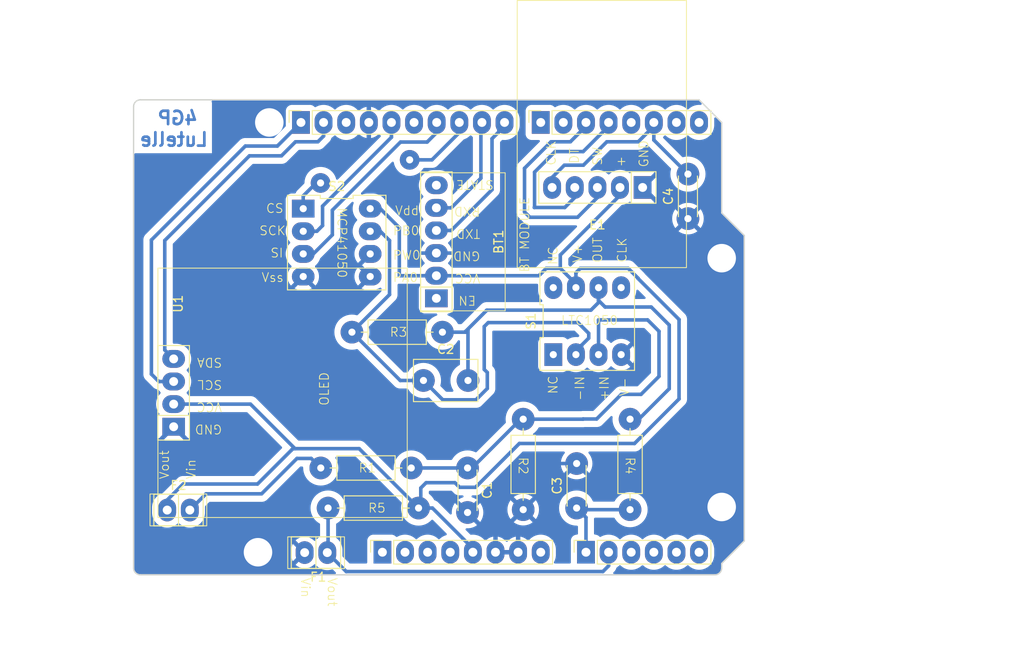
<source format=kicad_pcb>
(kicad_pcb (version 20240108) (generator "pcbnew") (generator_version "8.0")
  (title_block (date "mar. 31 mars 2015"))
  (layers (0 "F.Cu" signal) (31 "B.Cu" signal) (34 "B.Paste" user) (35 "F.Paste" user) (36 "B.SilkS" user "B.Silkscreen") (37 "F.SilkS" user "F.Silkscreen") (38 "B.Mask" user) (39 "F.Mask" user) (44 "Edge.Cuts" user))
  (net 0 "")
  (net 1 "GND")
  (net 3 "+5V")
  (net 4 "/IOREF")
  (net 5 "/A2")
  (net 6 "/A3")
  (net 7 "/12")
  (net 8 "/AREF")
  (net 9 "/7")
  (net 10 "/*6")
  (net 11 "/TX{slash}1")
  (net 12 "/*3")
  (net 13 "/RX{slash}0")
  (net 14 "+3V3")
  (net 15 "VCC")
  (net 16 "/~{RESET}")
  (net 19 "TXD")
  (net 20 "RXD")
  (net 21 "Net-(S1-+IN)")
  (net 22 "DT")
  (net 23 "SW")
  (net 24 "CLK")
  (net 25 "Flex_out")
  (net 26 "Net-(F2-Vout)")
  (net 27 "SI")
  (net 28 "SCL")
  (net 29 "SCK")
  (net 30 "CS")
  (net 31 "SDA")
  (net 32 "G_out")
  (net 33 "Net-(S1-OUT)")
  (net 34 "Net-(S1--IN)")
  (footprint "Connector_PinSocket_2.54mm:PinSocket_1x08_P2.54mm_Vertical" (layer "F.Cu") (at 127.94 97.46 90)
    (property "Reference" "J1" (hide yes))
    (property "Value" "Power")
    (fp_line (start 1.33 -1.33) (end 1.33 0) (stroke (width 0.12)) (layer "F.SilkS"))
    (fp_line (start 0 -1.33) (end 1.33 -1.33) (stroke (width 0.12)) (layer "F.SilkS"))
    (fp_line (start 1.33 1.27) (end 1.33 19.11) (stroke (width 0.12)) (layer "F.SilkS"))
    (fp_line (start -1.33 1.27) (end 1.33 1.27) (stroke (width 0.12)) (layer "F.SilkS"))
    (fp_line (start -1.33 1.27) (end -1.33 19.11) (stroke (width 0.12)) (layer "F.SilkS"))
    (fp_line (start -1.33 19.11) (end 1.33 19.11) (stroke (width 0.12)) (layer "F.SilkS"))
    (pad "1" thru_hole rect (at 0 0 90) (size 2.54 2) (drill 1) (layers "*.Cu" "*.Mask"))
    (pad "2" thru_hole oval (at 0 2.54 90) (size 2.54 2) (drill 1) (layers "*.Cu" "*.Mask") (net 4 "/IOREF"))
    (pad "3" thru_hole oval (at 0 5.08 90) (size 2.54 2) (drill 1) (layers "*.Cu" "*.Mask") (net 16 "/~{RESET}"))
    (pad "4" thru_hole oval (at 0 7.62 90) (size 2.54 2) (drill 1) (layers "*.Cu" "*.Mask") (net 14 "+3V3"))
    (pad "5" thru_hole oval (at 0 10.16 90) (size 2.54 2) (drill 1) (layers "*.Cu" "*.Mask") (net 3 "+5V"))
    (pad "6" thru_hole oval (at 0 12.7 90) (size 2.54 2) (drill 1) (layers "*.Cu" "*.Mask") (net 1 "GND"))
    (pad "7" thru_hole oval (at 0 15.24 90) (size 2.54 2) (drill 1) (layers "*.Cu" "*.Mask") (net 1 "GND"))
    (pad "8" thru_hole oval (at 0 17.78 90) (size 2.54 2) (drill 1) (layers "*.Cu" "*.Mask") (net 15 "VCC"))
  )
  (footprint "Connector_PinSocket_2.54mm:PinSocket_1x06_P2.54mm_Vertical" (layer "F.Cu") (at 150.8 97.46 90)
    (property "Reference" "J3" (hide yes))
    (property "Value" "Analog")
    (fp_line (start 1.33 -1.33) (end 1.33 0) (stroke (width 0.12)) (layer "F.SilkS"))
    (fp_line (start 0 -1.33) (end 1.33 -1.33) (stroke (width 0.12)) (layer "F.SilkS"))
    (fp_line (start 1.33 1.27) (end 1.33 14.03) (stroke (width 0.12)) (layer "F.SilkS"))
    (fp_line (start -1.33 1.27) (end 1.33 1.27) (stroke (width 0.12)) (layer "F.SilkS"))
    (fp_line (start -1.33 1.27) (end -1.33 14.03) (stroke (width 0.12)) (layer "F.SilkS"))
    (fp_line (start -1.33 14.03) (end 1.33 14.03) (stroke (width 0.12)) (layer "F.SilkS"))
    (pad "1" thru_hole rect (at 0 0 90) (size 2.54 2) (drill 1) (layers "*.Cu" "*.Mask") (net 32 "G_out"))
    (pad "2" thru_hole oval (at 0 2.54 90) (size 2.54 2) (drill 1) (layers "*.Cu" "*.Mask") (net 25 "Flex_out"))
    (pad "3" thru_hole oval (at 0 5.08 90) (size 2.54 2) (drill 1) (layers "*.Cu" "*.Mask") (net 5 "/A2"))
    (pad "4" thru_hole oval (at 0 7.62 90) (size 2.54 2) (drill 1) (layers "*.Cu" "*.Mask") (net 6 "/A3"))
    (pad "5" thru_hole oval (at 0 10.16 90) (size 2.54 2) (drill 1) (layers "*.Cu" "*.Mask") (net 31 "SDA"))
    (pad "6" thru_hole oval (at 0 12.7 90) (size 2.54 2) (drill 1) (layers "*.Cu" "*.Mask") (net 28 "SCL"))
  )
  (footprint "Connector_PinSocket_2.54mm:PinSocket_1x10_P2.54mm_Vertical" (layer "F.Cu") (at 118.796 49.2 90)
    (property "Reference" "J2" (hide yes))
    (property "Value" "Digital/PWM")
    (fp_line (start 1.33 -1.33) (end 1.33 0) (stroke (width 0.12)) (layer "F.SilkS"))
    (fp_line (start 0 -1.33) (end 1.33 -1.33) (stroke (width 0.12)) (layer "F.SilkS"))
    (fp_line (start 1.33 1.27) (end 1.33 24.19) (stroke (width 0.12)) (layer "F.SilkS"))
    (fp_line (start -1.33 1.27) (end 1.33 1.27) (stroke (width 0.12)) (layer "F.SilkS"))
    (fp_line (start -1.33 1.27) (end -1.33 24.19) (stroke (width 0.12)) (layer "F.SilkS"))
    (fp_line (start -1.33 24.19) (end 1.33 24.19) (stroke (width 0.12)) (layer "F.SilkS"))
    (pad "1" thru_hole rect (at 0 0 90) (size 2.54 2) (drill 1) (layers "*.Cu" "*.Mask") (net 28 "SCL"))
    (pad "2" thru_hole oval (at 0 2.54 90) (size 2.54 2) (drill 1) (layers "*.Cu" "*.Mask") (net 31 "SDA"))
    (pad "3" thru_hole oval (at 0 5.08 90) (size 2.54 2) (drill 1) (layers "*.Cu" "*.Mask") (net 8 "/AREF"))
    (pad "4" thru_hole oval (at 0 7.62 90) (size 2.54 2) (drill 1) (layers "*.Cu" "*.Mask") (net 1 "GND"))
    (pad "5" thru_hole oval (at 0 10.16 90) (size 2.54 2) (drill 1) (layers "*.Cu" "*.Mask") (net 29 "SCK"))
    (pad "6" thru_hole oval (at 0 12.7 90) (size 2.54 2) (drill 1) (layers "*.Cu" "*.Mask") (net 7 "/12"))
    (pad "7" thru_hole oval (at 0 15.24 90) (size 2.54 2) (drill 1) (layers "*.Cu" "*.Mask") (net 27 "SI"))
    (pad "8" thru_hole oval (at 0 17.78 90) (size 2.54 2) (drill 1) (layers "*.Cu" "*.Mask") (net 30 "CS"))
    (pad "9" thru_hole oval (at 0 20.32 90) (size 2.54 2) (drill 1) (layers "*.Cu" "*.Mask") (net 20 "RXD"))
    (pad "10" thru_hole oval (at 0 22.86 90) (size 2.54 2) (drill 1) (layers "*.Cu" "*.Mask") (net 19 "TXD"))
  )
  (footprint "Connector_PinSocket_2.54mm:PinSocket_1x08_P2.54mm_Vertical" (layer "F.Cu") (at 145.72 49.2 90)
    (property "Reference" "J4" (hide yes))
    (property "Value" "Digital/PWM")
    (fp_line (start 1.33 -1.33) (end 1.33 0) (stroke (width 0.12)) (layer "F.SilkS"))
    (fp_line (start 0 -1.33) (end 1.33 -1.33) (stroke (width 0.12)) (layer "F.SilkS"))
    (fp_line (start 1.33 1.27) (end 1.33 19.11) (stroke (width 0.12)) (layer "F.SilkS"))
    (fp_line (start -1.33 1.27) (end 1.33 1.27) (stroke (width 0.12)) (layer "F.SilkS"))
    (fp_line (start -1.33 1.27) (end -1.33 19.11) (stroke (width 0.12)) (layer "F.SilkS"))
    (fp_line (start -1.33 19.11) (end 1.33 19.11) (stroke (width 0.12)) (layer "F.SilkS"))
    (pad "1" thru_hole rect (at 0 0 90) (size 2.54 2) (drill 1) (layers "*.Cu" "*.Mask") (net 9 "/7"))
    (pad "2" thru_hole oval (at 0 2.54 90) (size 2.54 2) (drill 1) (layers "*.Cu" "*.Mask") (net 10 "/*6"))
    (pad "3" thru_hole oval (at 0 5.08 90) (size 2.54 2) (drill 1) (layers "*.Cu" "*.Mask") (net 23 "SW"))
    (pad "4" thru_hole oval (at 0 7.62 90) (size 2.54 2) (drill 1) (layers "*.Cu" "*.Mask") (net 22 "DT"))
    (pad "5" thru_hole oval (at 0 10.16 90) (size 2.54 2) (drill 1) (layers "*.Cu" "*.Mask") (net 12 "/*3"))
    (pad "6" thru_hole oval (at 0 12.7 90) (size 2.54 2) (drill 1) (layers "*.Cu" "*.Mask") (net 24 "CLK"))
    (pad "7" thru_hole oval (at 0 15.24 90) (size 2.54 2) (drill 1) (layers "*.Cu" "*.Mask") (net 11 "/TX{slash}1"))
    (pad "8" thru_hole oval (at 0 17.78 90) (size 2.54 2) (drill 1) (layers "*.Cu" "*.Mask") (net 13 "/RX{slash}0"))
  )
  (footprint "Library_empreinte:Resistance" (layer "F.Cu") (at 129.5 72.75)
    (property "Reference" "R3" (at 0.25 0 0) (layer "F.SilkS") (effects (font (thickness 0.1))))
    (property "Value" "100k")
    (fp_line (start -3.94 0) (end -3.17 0) (stroke (width 0.12)) (layer "F.SilkS"))
    (fp_line (start -3.17 -1.37) (end -3.17 1.37) (stroke (width 0.12)) (layer "F.SilkS"))
    (fp_line (start -3.17 1.37) (end 3.37 1.37) (stroke (width 0.12)) (layer "F.SilkS"))
    (fp_line (start 3.37 -1.37) (end -3.17 -1.37) (stroke (width 0.12)) (layer "F.SilkS"))
    (fp_line (start 3.37 1.37) (end 3.37 -1.37) (stroke (width 0.12)) (layer "F.SilkS"))
    (fp_line (start 4.14 0) (end 3.37 0) (stroke (width 0.12)) (layer "F.SilkS"))
    (pad "1" thru_hole circle (at -4.98 0) (size 2.54 2.54) (drill 0.8) (layers "*.Cu" "*.Mask") (net 34 "Net-(S1--IN)"))
    (pad "2" thru_hole circle (at 5.18 0) (size 2.54 2.54) (drill 0.8) (layers "*.Cu" "*.Mask") (net 33 "Net-(S1-OUT)"))
  )
  (footprint "Capacitor_THT:C_Disc_D4.3mm_W1.9mm_P5.00mm" (layer "F.Cu") (at 149.75 92.5 90)
    (property "Reference" "C3" (at 2.5 -2.2 90) (layer "F.SilkS"))
    (property "Value" "100n")
    (fp_line (start 4.77 -1.07) (end 4.77 -1.055) (stroke (width 0.12)) (layer "F.SilkS"))
    (fp_line (start 0.23 -1.07) (end 4.77 -1.07) (stroke (width 0.12)) (layer "F.SilkS"))
    (fp_line (start 0.23 -1.07) (end 0.23 -1.055) (stroke (width 0.12)) (layer "F.SilkS"))
    (fp_line (start 4.77 1.055) (end 4.77 1.07) (stroke (width 0.12)) (layer "F.SilkS"))
    (fp_line (start 0.23 1.055) (end 0.23 1.07) (stroke (width 0.12)) (layer "F.SilkS"))
    (fp_line (start 0.23 1.07) (end 4.77 1.07) (stroke (width 0.12)) (layer "F.SilkS"))
    (pad "1" thru_hole circle (at 0 0 90) (size 2.54 2.54) (drill 0.8) (layers "*.Cu" "*.Mask") (net 32 "G_out"))
    (pad "2" thru_hole circle (at 5 0 90) (size 2.54 2.54) (drill 0.8) (layers "*.Cu" "*.Mask") (net 1 "GND"))
  )
  (footprint "Library_empreinte:Resistance" (layer "F.Cu") (at 126 88)
    (property "Reference" "R1" (at 0.25 0 0) (layer "F.SilkS") (effects (font (thickness 0.1))))
    (property "Value" "10k")
    (fp_line (start -3.94 0) (end -3.17 0) (stroke (width 0.12)) (layer "F.SilkS"))
    (fp_line (start -3.17 -1.37) (end -3.17 1.37) (stroke (width 0.12)) (layer "F.SilkS"))
    (fp_line (start -3.17 1.37) (end 3.37 1.37) (stroke (width 0.12)) (layer "F.SilkS"))
    (fp_line (start 3.37 -1.37) (end -3.17 -1.37) (stroke (width 0.12)) (layer "F.SilkS"))
    (fp_line (start 3.37 1.37) (end 3.37 -1.37) (stroke (width 0.12)) (layer "F.SilkS"))
    (fp_line (start 4.14 0) (end 3.37 0) (stroke (width 0.12)) (layer "F.SilkS"))
    (pad "1" thru_hole circle (at -4.98 0) (size 2.54 2.54) (drill 0.8) (layers "*.Cu" "*.Mask") (net 26 "Net-(F2-Vout)"))
    (pad "2" thru_hole circle (at 5.18 0) (size 2.54 2.54) (drill 0.8) (layers "*.Cu" "*.Mask") (net 21 "Net-(S1-+IN)"))
  )
  (footprint "Capacitor_THT:C_Disc_D4.3mm_W1.9mm_P5.00mm" (layer "F.Cu") (at 162.25 60 90)
    (property "Reference" "C4" (at 2.5 -2.2 90) (layer "F.SilkS"))
    (property "Value" "100n")
    (fp_line (start 4.77 -1.07) (end 4.77 -1.055) (stroke (width 0.12)) (layer "F.SilkS"))
    (fp_line (start 0.23 -1.07) (end 4.77 -1.07) (stroke (width 0.12)) (layer "F.SilkS"))
    (fp_line (start 0.23 -1.07) (end 0.23 -1.055) (stroke (width 0.12)) (layer "F.SilkS"))
    (fp_line (start 4.77 1.055) (end 4.77 1.07) (stroke (width 0.12)) (layer "F.SilkS"))
    (fp_line (start 0.23 1.055) (end 0.23 1.07) (stroke (width 0.12)) (layer "F.SilkS"))
    (fp_line (start 0.23 1.07) (end 4.77 1.07) (stroke (width 0.12)) (layer "F.SilkS"))
    (pad "1" thru_hole circle (at 0 0 90) (size 2.54 2.54) (drill 0.8) (layers "*.Cu" "*.Mask") (net 1 "GND"))
    (pad "2" thru_hole circle (at 5 0 90) (size 2.54 2.54) (drill 0.8) (layers "*.Cu" "*.Mask") (net 24 "CLK"))
  )
  (footprint "Library_empreinte:Support_ampli" (layer "F.Cu") (at 150.94 71.51)
    (property "Reference" "S1" (at -6.31 0 90) (layer "F.SilkS"))
    (property "Value" "~")
    (fp_line (start -5.31 -5.53) (end -5.31 -1.843333) (stroke (width 0.12)) (layer "F.SilkS"))
    (fp_line (start -5.31 -1.843333) (end -4.95 -1.843333) (stroke (width 0.12)) (layer "F.SilkS"))
    (fp_line (start -5.31 1.843333) (end -5.31 5.53) (stroke (width 0.12)) (layer "F.SilkS"))
    (fp_line (start -5.31 5.53) (end 5.31 5.53) (stroke (width 0.12)) (layer "F.SilkS"))
    (fp_line (start -4.95 -1.843333) (end -4.95 1.843333) (stroke (width 0.12)) (layer "F.SilkS"))
    (fp_line (start -4.95 1.843333) (end -5.31 1.843333) (stroke (width 0.12)) (layer "F.SilkS"))
    (fp_line (start 5.31 -5.53) (end -5.31 -5.53) (stroke (width 0.12)) (layer "F.SilkS"))
    (fp_line (start 5.31 5.53) (end 5.31 -5.53) (stroke (width 0.12)) (layer "F.SilkS"))
    (fp_text user "+IN" (at 2.5 9 90) (layer "F.SilkS") (effects (font (thickness 0.1)) (justify left bottom)))
    (fp_text user "-IN" (at -0.25 9 90) (layer "F.SilkS") (effects (font (thickness 0.1)) (justify left bottom)))
    (fp_text user "OUT" (at 1.75 -6.5 90) (layer "F.SilkS") (effects (font (thickness 0.1)) (justify left bottom)))
    (fp_text user "CLK" (at 4.5 -6.5 90) (layer "F.SilkS") (effects (font (thickness 0.1)) (justify left bottom)))
    (fp_text user "V+" (at -0.5 -6.5 90) (layer "F.SilkS") (effects (font (thickness 0.1)) (justify left bottom)))
    (fp_text user "LTC1050" (at -3 0.5 0) (layer "F.SilkS") (effects (font (thickness 0.1)) (justify left bottom)))
    (fp_text user "NC" (at -3.25 8.25 90) (layer "F.SilkS") (effects (font (thickness 0.1)) (justify left bottom)))
    (fp_text user "NC" (at -3.25 -6.25 90) (layer "F.SilkS") (effects (font (thickness 0.1)) (justify left bottom)))
    (fp_text user "V-" (at 4.75 8.5 90) (layer "F.SilkS") (effects (font (thickness 0.1)) (justify left bottom)))
    (pad "1" thru_hole rect (at -3.81 3.76) (size 2 2.54) (drill 0.8) (layers "*.Cu" "*.Mask"))
    (pad "2" thru_hole oval (at -1.27 3.76) (size 2 2.54) (drill 0.8) (layers "*.Cu" "*.Mask") (net 34 "Net-(S1--IN)"))
    (pad "3" thru_hole oval (at 1.27 3.76) (size 2 2.54) (drill 0.8) (layers "*.Cu" "*.Mask") (net 21 "Net-(S1-+IN)"))
    (pad "4" thru_hole oval (at 3.81 3.76) (size 2 2.54) (drill 0.8) (layers "*.Cu" "*.Mask") (net 1 "GND"))
    (pad "5" thru_hole oval (at 3.81 -3.76) (size 2 2.54) (drill 0.8) (layers "*.Cu" "*.Mask"))
    (pad "6" thru_hole oval (at 1.27 -3.76) (size 2 2.54) (drill 0.8) (layers "*.Cu" "*.Mask") (net 33 "Net-(S1-OUT)"))
    (pad "7" thru_hole oval (at -1.27 -3.76) (size 2 2.54) (drill 0.8) (layers "*.Cu" "*.Mask") (net 3 "+5V"))
    (pad "8" thru_hole oval (at -3.81 -3.76) (size 2 2.54) (drill 0.8) (layers "*.Cu" "*.Mask"))
  )
  (footprint "Library_empreinte:Flex_sens" (layer "F.Cu") (at 105.045 92.725 180)
    (property "Reference" "F2" (at 0 2.77 0) (layer "F.SilkS"))
    (property "Value" "~")
    (fp_line (start 2.77 1.77) (end -2.77 1.77) (stroke (width 0.12)) (layer "F.SilkS"))
    (fp_line (start 2.77 -1.77) (end 2.77 1.77) (stroke (width 0.12)) (layer "F.SilkS"))
    (fp_line (start 0 -1.77) (end 0 1.77) (stroke (width 0.12)) (layer "F.SilkS"))
    (fp_line (start -2.77 1.77) (end -2.77 -1.77) (stroke (width 0.12)) (layer "F.SilkS"))
    (fp_line (start -2.77 -1.77) (end 2.77 -1.77) (stroke (width 0.12)) (layer "F.SilkS"))
    (fp_rect (start -3.17 -1.77) (end 3.2 1.8) (stroke (width 0.1)) (fill none) (layer "F.SilkS"))
    (fp_text user "Vin" (at -2 3.4 90) (layer "F.SilkS") (effects (font (thickness 0.1)) (justify left bottom)))
    (fp_text user "Vout" (at 1 3.4 90) (layer "F.SilkS") (effects (font (thickness 0.1)) (justify left bottom)))
    (pad "1" thru_hole oval (at -1.27 0 180) (size 2 2.54) (drill 1) (layers "*.Cu" "*.Mask") (net 26 "Net-(F2-Vout)"))
    (pad "2" thru_hole oval (at 1.27 0 180) (size 2 2.54) (drill 1) (layers "*.Cu" "*.Mask") (net 3 "+5V"))
  )
  (footprint "Arduino_MountingHole:MountingHole_3.2mm" (layer "F.Cu") (at 115.24 49.2)
    (property "Reference" "MH1" (hide yes))
    (property "Value" "MountingHole_3.2mm" (hide yes))
    (pad "" np_thru_hole circle (at 0 0) (size 3.2 3.2) (drill 3.2) (layers "*.Cu" "*.Mask"))
  )
  (footprint "Library_empreinte:SIP-6" (layer "F.Cu") (at 134 62.6 90)
    (property "Reference" "BT1" (at 0 7 90) (layer "F.SilkS"))
    (property "Value" "~")
    (fp_line (start 7.85 -1.77) (end 7.85 1.77) (stroke (width 0.12)) (layer "F.SilkS"))
    (fp_line (start -5.08 -1.77) (end -5.08 1.77) (stroke (width 0.12)) (layer "F.SilkS"))
    (fp_line (start -7.85 -1.77) (end 7.85 -1.77) (stroke (width 0.12)) (layer "F.SilkS"))
    (fp_line (start 7.85 1.77) (end -7.85 1.77) (stroke (width 0.12)) (layer "F.SilkS"))
    (fp_line (start -7.85 1.77) (end -7.85 -1.77) (stroke (width 0.12)) (layer "F.SilkS"))
    (fp_rect (start -7.75 -1.77) (end 7.75 7.73) (stroke (width 0.1)) (fill none) (layer "F.SilkS"))
    (fp_text user "RXD" (at 4 5 180) (layer "F.SilkS") (effects (font (thickness 0.1)) (justify left bottom)))
    (fp_text user "STATE" (at 7 6.5 180) (layer "F.SilkS") (effects (font (thickness 0.1)) (justify left bottom)))
    (fp_text user "GND" (at -1 5 180) (layer "F.SilkS") (effects (font (thickness 0.1)) (justify left bottom)))
    (fp_text user "TXD" (at 1.5 5 180) (layer "F.SilkS") (effects (font (thickness 0.1)) (justify left bottom)))
    (fp_text user "EN" (at -6 4.5 180) (layer "F.SilkS") (effects (font (thickness 0.1)) (justify left bottom)))
    (fp_text user "BT MODULE" (at -3.5 10.5 90) (layer "F.SilkS") (effects (font (thickness 0.1)) (justify left bottom)))
    (fp_text user "VCC" (at -3.5 5 180) (layer "F.SilkS") (effects (font (thickness 0.1)) (justify left bottom)))
    (pad "1" thru_hole rect (at -6.35 0 90) (size 2 2.54) (drill 1) (layers "*.Cu" "*.Mask"))
    (pad "2" thru_hole oval (at -3.81 0 90) (size 2 2.54) (drill 1) (layers "*.Cu" "*.Mask") (net 3 "+5V"))
    (pad "3" thru_hole oval (at -1.27 0 90) (size 2 2.54) (drill 1) (layers "*.Cu" "*.Mask") (net 1 "GND"))
    (pad "4" thru_hole oval (at 1.27 0 90) (size 2 2.54) (drill 1) (layers "*.Cu" "*.Mask") (net 19 "TXD"))
    (pad "5" thru_hole oval (at 3.81 0 90) (size 2 2.54) (drill 1) (layers "*.Cu" "*.Mask") (net 20 "RXD"))
    (pad "6" thru_hole oval (at 6.35 0 90) (size 2 2.54) (drill 1) (layers "*.Cu" "*.Mask"))
  )
  (footprint "Library_empreinte:Flex_sens" (layer "F.Cu") (at 120.48 97.5)
    (property "Reference" "F1" (at 0.25 2.75 0) (layer "F.SilkS"))
    (property "Value" "~")
    (fp_line (start -2.77 -1.77) (end 2.77 -1.77) (stroke (width 0.12)) (layer "F.SilkS"))
    (fp_line (start -2.77 1.77) (end -2.77 -1.77) (stroke (width 0.12)) (layer "F.SilkS"))
    (fp_line (start 0 -1.77) (end 0 1.77) (stroke (width 0.12)) (layer "F.SilkS"))
    (fp_line (start 2.77 -1.77) (end 2.77 1.77) (stroke (width 0.12)) (layer "F.SilkS"))
    (fp_line (start 2.77 1.77) (end -2.77 1.77) (stroke (width 0.12)) (layer "F.SilkS"))
    (fp_rect (start -3.17 -1.77) (end 3.2 1.8) (stroke (width 0.1)) (fill none) (layer "F.SilkS"))
    (fp_text user "Vout" (at 1.25 2.75 -90) (layer "F.SilkS") (effects (font (thickness 0.1)) (justify left bottom)))
    (fp_text user "Vin" (at -1.75 2.75 -90) (layer "F.SilkS") (effects (font (thickness 0.1)) (justify left bottom)))
    (pad "1" thru_hole oval (at -1.27 0) (size 2 2.54) (drill 1) (layers "*.Cu" "*.Mask") (net 1 "GND"))
    (pad "2" thru_hole oval (at 1.27 0) (size 2 2.54) (drill 1) (layers "*.Cu" "*.Mask") (net 25 "Flex_out"))
  )
  (footprint "Capacitor_THT:C_Disc_D4.3mm_W1.9mm_P5.00mm" (layer "F.Cu") (at 137.5 88 -90)
    (property "Reference" "C1" (at 2.5 -2.2 90) (layer "F.SilkS"))
    (property "Value" "100n")
    (fp_line (start 0.23 1.07) (end 4.77 1.07) (stroke (width 0.12)) (layer "F.SilkS"))
    (fp_line (start 0.23 1.055) (end 0.23 1.07) (stroke (width 0.12)) (layer "F.SilkS"))
    (fp_line (start 4.77 1.055) (end 4.77 1.07) (stroke (width 0.12)) (layer "F.SilkS"))
    (fp_line (start 0.23 -1.07) (end 0.23 -1.055) (stroke (width 0.12)) (layer "F.SilkS"))
    (fp_line (start 0.23 -1.07) (end 4.77 -1.07) (stroke (width 0.12)) (layer "F.SilkS"))
    (fp_line (start 4.77 -1.07) (end 4.77 -1.055) (stroke (width 0.12)) (layer "F.SilkS"))
    (pad "1" thru_hole circle (at 0 0 270) (size 2.54 2.54) (drill 0.8) (layers "*.Cu" "*.Mask") (net 21 "Net-(S1-+IN)"))
    (pad "2" thru_hole circle (at 5 0 270) (size 2.54 2.54) (drill 0.8) (layers "*.Cu" "*.Mask") (net 1 "GND"))
  )
  (footprint "Capacitor_THT:C_Rect_L7.0mm_W4.5mm_P5.00mm" (layer "F.Cu") (at 132.55 78.175)
    (property "Reference" "C2" (at 2.5 -3.5 0) (layer "F.SilkS"))
    (property "Value" "1µ")
    (fp_line (start -1.12 -2.37) (end -1.12 2.37) (stroke (width 0.12)) (layer "F.SilkS"))
    (fp_line (start -1.12 -2.37) (end 6.12 -2.37) (stroke (width 0.12)) (layer "F.SilkS"))
    (fp_line (start -1.12 2.37) (end 6.12 2.37) (stroke (width 0.12)) (layer "F.SilkS"))
    (fp_line (start 6.12 -2.37) (end 6.12 2.37) (stroke (width 0.12)) (layer "F.SilkS"))
    (pad "1" thru_hole circle (at 0 0) (size 2.54 2.54) (drill 0.8) (layers "*.Cu" "*.Mask") (net 34 "Net-(S1--IN)"))
    (pad "2" thru_hole circle (at 5 0) (size 2.54 2.54) (drill 0.8) (layers "*.Cu" "*.Mask") (net 33 "Net-(S1-OUT)"))
  )
  (footprint "Library_empreinte:Resistance" (layer "F.Cu") (at 155.75 87.5 -90)
    (property "Reference" "R4" (at 0.25 0 -90) (layer "F.SilkS") (effects (font (thickness 0.1))))
    (property "Value" "1k")
    (fp_line (start -3.17 1.37) (end 3.37 1.37) (stroke (width 0.12)) (layer "F.SilkS"))
    (fp_line (start 3.37 1.37) (end 3.37 -1.37) (stroke (width 0.12)) (layer "F.SilkS"))
    (fp_line (start -3.94 0) (end -3.17 0) (stroke (width 0.12)) (layer "F.SilkS"))
    (fp_line (start 4.14 0) (end 3.37 0) (stroke (width 0.12)) (layer "F.SilkS"))
    (fp_line (start -3.17 -1.37) (end -3.17 1.37) (stroke (width 0.12)) (layer "F.SilkS"))
    (fp_line (start 3.37 -1.37) (end -3.17 -1.37) (stroke (width 0.12)) (layer "F.SilkS"))
    (pad "1" thru_hole circle (at -4.98 0 270) (size 2.54 2.54) (drill 0.8) (layers "*.Cu" "*.Mask") (net 33 "Net-(S1-OUT)"))
    (pad "2" thru_hole circle (at 5.18 0 270) (size 2.54 2.54) (drill 0.8) (layers "*.Cu" "*.Mask") (net 32 "G_out"))
  )
  (footprint "Library_empreinte:Encoder" (layer "F.Cu") (at 152.08 56.5 180)
    (property "Reference" "E1" (at 0 -4.2 0) (layer "F.SilkS"))
    (property "Value" "~")
    (fp_line (start 6.58 1.77) (end -6.58 1.77) (stroke (width 0.12)) (layer "F.SilkS"))
    (fp_line (start 6.58 -1.77) (end 6.58 1.77) (stroke (width 0.12)) (layer "F.SilkS"))
    (fp_line (start -3.81 -1.77) (end -3.81 1.77) (stroke (width 0.12)) (layer "F.SilkS"))
    (fp_line (start -6.58 1.77) (end -6.58 -1.77) (stroke (width 0.12)) (layer "F.SilkS"))
    (fp_line (start -6.58 -1.77) (end 6.58 -1.77) (stroke (width 0.12)) (layer "F.SilkS"))
    (fp_rect (start -10 -9) (end 9 21) (stroke (width 0.1)) (fill none) (layer "F.SilkS"))
    (fp_text user "DT" (at 2 2.6 90) (layer "F.SilkS") (effects (font (thickness 0.1)) (justify left bottom)))
    (fp_text user "CLK" (at 4.6 2.4 90) (layer "F.SilkS") (effects (font (thickness 0.1)) (justify left bottom)))
    (fp_text user "+" (at -2.2 3.6 -90) (layer "F.SilkS") (effects (font (thickness 0.1)) (justify left bottom)))
    (fp_text user "SW" (at -0.6 2.4 90) (layer "F.SilkS") (effects (font (thickness 0.1)) (justify left bottom)))
    (fp_text user "GND" (at -5.8 2.2 90) (layer "F.SilkS") (effects (font (thickness 0.1)) (justify left bottom)))
    (pad "1" thru_hole rect (at -5.08 0 180) (size 2 2.54) (drill 1) (layers "*.Cu" "*.Mask") (net 1 "GND"))
    (pad "2" thru_hole oval (at -2.54 0 180) (size 2 2.54) (drill 1) (layers "*.Cu" "*.Mask") (net 3 "+5V"))
    (pad "3" thru_hole oval (at 0 0 180) (size 2 2.54) (drill 1) (layers "*.Cu" "*.Mask") (net 23 "SW"))
    (pad "4" thru_hole oval (at 2.54 0 180) (size 2 2.54) (drill 1) (layers "*.Cu" "*.Mask") (net 22 "DT"))
    (pad "5" thru_hole oval (at 5.08 0 180) (size 2 2.54) (drill 1) (layers "*.Cu" "*.Mask") (net 24 "CLK"))
  )
  (footprint "Library_empreinte:Resistance" (layer "F.Cu") (at 126.82 92.5)
    (property "Reference" "R5" (at 0.5 0 0) (layer "F.SilkS") (effects (font (thickness 0.1))))
    (property "Value" "10k")
    (fp_line (start -3.94 0) (end -3.17 0) (stroke (width 0.12)) (layer "F.SilkS"))
    (fp_line (start -3.17 -1.37) (end -3.17 1.37) (stroke (width 0.12)) (layer "F.SilkS"))
    (fp_line (start -3.17 1.37) (end 3.37 1.37) (stroke (width 0.12)) (layer "F.SilkS"))
    (fp_line (start 3.37 -1.37) (end -3.17 -1.37) (stroke (width 0.12)) (layer "F.SilkS"))
    (fp_line (start 3.37 1.37) (end 3.37 -1.37) (stroke (width 0.12)) (layer "F.SilkS"))
    (fp_line (start 4.14 0) (end 3.37 0) (stroke (width 0.12)) (layer "F.SilkS"))
    (pad "1" thru_hole circle (at -4.98 0) (size 2.54 2.54) (drill 0.8) (layers "*.Cu" "*.Mask") (net 25 "Flex_out"))
    (pad "2" thru_hole circle (at 5.18 0) (size 2.54 2.54) (drill 0.8) (layers "*.Cu" "*.Mask") (net 3 "+5V"))
  )
  (footprint "Library_empreinte:Resistance" (layer "F.Cu") (at 143.75 87.5 -90)
    (property "Reference" "R2" (at 0.25 0 -90) (layer "F.SilkS") (effects (font (thickness 0.1))))
    (property "Value" "100k")
    (fp_line (start -3.17 1.37) (end 3.37 1.37) (stroke (width 0.12)) (layer "F.SilkS"))
    (fp_line (start 3.37 1.37) (end 3.37 -1.37) (stroke (width 0.12)) (layer "F.SilkS"))
    (fp_line (start -3.94 0) (end -3.17 0) (stroke (width 0.12)) (layer "F.SilkS"))
    (fp_line (start 4.14 0) (end 3.37 0) (stroke (width 0.12)) (layer "F.SilkS"))
    (fp_line (start -3.17 -1.37) (end -3.17 1.37) (stroke (width 0.12)) (layer "F.SilkS"))
    (fp_line (start 3.37 -1.37) (end -3.17 -1.37) (stroke (width 0.12)) (layer "F.SilkS"))
    (pad "1" thru_hole circle (at -4.98 0 270) (size 2.54 2.54) (drill 0.8) (layers "*.Cu" "*.Mask") (net 21 "Net-(S1-+IN)"))
    (pad "2" thru_hole circle (at 5.18 0 270) (size 2.54 2.54) (drill 0.8) (layers "*.Cu" "*.Mask") (net 1 "GND"))
  )
  (footprint "Arduino_MountingHole:MountingHole_3.2mm" (layer "F.Cu") (at 113.97 97.46)
    (property "Reference" "MH2" (hide yes))
    (property "Value" "MountingHole_3.2mm" (hide yes))
    (pad "" np_thru_hole circle (at 0 0) (size 3.2 3.2) (drill 3.2) (layers "*.Cu" "*.Mask"))
  )
  (footprint "Library_empreinte:SIP-4" (layer "F.Cu") (at 104.5 79.56 90)
    (property "Reference" "U1" (at 10 0.5 90) (layer "F.SilkS"))
    (property "Value" "~")
    (fp_line (start 5.31 -1.77) (end 5.31 1.77) (stroke (width 0.12)) (layer "F.SilkS"))
    (fp_line (start -2.54 -1.77) (end -2.54 1.77) (stroke (width 0.12)) (layer "F.SilkS"))
    (fp_line (start -5.31 -1.77) (end 5.31 -1.77) (stroke (width 0.12)) (layer "F.SilkS"))
    (fp_line (start 5.31 1.77) (end -5.31 1.77) (stroke (width 0.12)) (layer "F.SilkS"))
    (fp_line (start -5.31 1.77) (end -5.31 -1.77) (stroke (width 0.12)) (layer "F.SilkS"))
    (fp_rect (start -14 -1.77) (end 14 26.23) (stroke (width 0.1)) (fill none) (layer "F.SilkS"))
    (fp_text user "GND" (at -3.5 5.5 180) (layer "F.SilkS") (effects (font (thickness 0.1)) (justify left bottom)))
    (fp_text user "SDA" (at 4 5.5 180) (layer "F.SilkS") (effects (font (thickness 0.1)) (justify left bottom)))
    (fp_text user "VCC" (at -1 5.5 180) (layer "F.SilkS") (effects (font (thickness 0.1)) (justify left bottom)))
    (fp_text user "OLED" (at -1.5 17.5 90) (layer "F.SilkS") (effects (font (thickness 0.1)) (justify left bottom)))
    (fp_text user "SCL" (at 1.5 5.5 180) (layer "F.SilkS") (effects (font (thickness 0.1)) (justify left bottom)))
    (pad "1" thru_hole rect (at -3.81 0 90) (size 2 2.54) (drill 1) (layers "*.Cu" "*.Mask") (net 1 "GND"))
    (pad "2" thru_hole oval (at -1.27 0 90) (size 2 2.54) (drill 1) (layers "*.Cu" "*.Mask") (net 3 "+5V"))
    (pad "3" thru_hole oval (at 1.27 0 90) (size 2 2.54) (drill 1) (layers "*.Cu" "*.Mask") (net 28 "SCL"))
    (pad "4" thru_hole oval (at 3.81 0 90) (size 2 2.54) (drill 1) (layers "*.Cu" "*.Mask") (net 31 "SDA"))
  )
  (footprint "Arduino_MountingHole:MountingHole_3.2mm" (layer "F.Cu") (at 166.04 64.44)
    (property "Reference" "MH3" (hide yes))
    (property "Value" "MountingHole_3.2mm" (hide yes))
    (pad "" np_thru_hole circle (at 0 0) (size 3.2 3.2) (drill 3.2) (layers "*.Cu" "*.Mask"))
  )
  (footprint "Arduino_MountingHole:MountingHole_3.2mm" (layer "F.Cu") (at 166.04 92.38)
    (property "Reference" "MH4" (hide yes))
    (property "Value" "MountingHole_3.2mm" (hide yes))
    (pad "" np_thru_hole circle (at 0 0) (size 3.2 3.2) (drill 3.2) (layers "*.Cu" "*.Mask"))
  )
  (footprint "Library_empreinte:Support_ampli" (layer "F.Cu") (at 122.81 62.69 -90)
    (property "Reference" "S2" (at -6.31 0 0) (layer "F.SilkS"))
    (property "Value" "~")
    (fp_line (start -5.31 5.53) (end 5.31 5.53) (stroke (width 0.12)) (layer "F.SilkS"))
    (fp_line (start 5.31 5.53) (end 5.31 -5.53) (stroke (width 0.12)) (layer "F.SilkS"))
    (fp_line (start -5.31 1.843333) (end -5.31 5.53) (stroke (width 0.12)) (layer "F.SilkS"))
    (fp_line (start -4.95 1.843333) (end -5.31 1.843333) (stroke (width 0.12)) (layer "F.SilkS"))
    (fp_line (start -5.31 -1.843333) (end -4.95 -1.843333) (stroke (width 0.12)) (layer "F.SilkS"))
    (fp_line (start -4.95 -1.843333) (end -4.95 1.843333) (stroke (width 0.12)) (layer "F.SilkS"))
    (fp_line (start -5.31 -5.53) (end -5.31 -1.843333) (stroke (width 0.12)) (layer "F.SilkS"))
    (fp_line (start 5.31 -5.53) (end -5.31 -5.53) (stroke (width 0.12)) (layer "F.SilkS"))
    (fp_text user "PW0" (at 2 -6.25 0) (layer "F.SilkS") (effects (font (thickness 0.1)) (justify left bottom)))
    (fp_text user "MCP41050" (at -4 0 -90) (layer "F.SilkS") (effects (font (thickness 0.1)) (justify left bottom)))
    (fp_text user "PA0" (at 4.5 -6.25 0) (layer "F.SilkS") (effects (font (thickness 0.1)) (justify left bottom)))
    (fp_text user "PB0" (at -0.75 -6.25 0) (layer "F.SilkS") (effects (font (thickness 0.1)) (justify left bottom)))
    (fp_text user "SCK" (at -0.75 8.75 0) (layer "F.SilkS") (effects (font (thickness 0.1)) (justify left bottom)))
    (fp_text user "Vdd" (at -3 -6.5 0) (layer "F.SilkS") (effects (font (thickness 0.1)) (justify left bottom)))
    (fp_text user "Vss" (at 4.5 8.5 0) (layer "F.SilkS") (effects (font (thickness 0.1)) (justify left bottom)))
    (fp_text user "SI" (at 1.75 7.5 0) (layer "F.SilkS") (effects (font (thickness 0.1)) (justify left bottom)))
    (fp_text user "CS" (at -3.25 8 0) (layer "F.SilkS") (effects (font (thickness 0.1)) (justify left bottom)))
    (pad "1" thru_hole rect (at -3.81 3.76 270) (size 2 2.54) (drill 0.8) (layers "*.Cu" "*.Mask") (net 30 "CS"))
    (pad "2" thru_hole oval (at -1.27 3.76 270) (size 2 2.54) (drill 0.8) (layers "*.Cu" "*.Mask") (net 29 "SCK"))
    (pad "3" thru_hole oval (at 1.27 3.76 270) (size 2 2.54) (drill 0.8) (layers "*.Cu" "*.Mask") (net 27 "SI"))
    (pad "4" thru_hole oval (at 3.81 3.76 270) (size 2 2.54) (drill 0.8) (layers "*.Cu" "*.Mask") (net 1 "GND"))
    (pad "5" thru_hole oval (at 3.81 -3.76 270) (size 2 2.54) (drill 0.8) (layers "*.Cu" "*.Mask") (net 1 "GND"))
    (pad "6" thru_hole oval (at 1.27 -3.76 270) (size 2 2.54) (drill 0.8) (layers "*.Cu" "*.Mask") (net 1 "GND"))
    (pad "7" thru_hole oval (at -1.27 -3.76 270) (size 2 2.54) (drill 0.8) (layers "*.Cu" "*.Mask") (net 34 "Net-(S1--IN)"))
    (pad "8" thru_hole oval (at -3.81 -3.76 270) (size 2 2.54) (drill 0.8) (layers "*.Cu" "*.Mask") (net 3 "+5V"))
  )
  (gr_line (start 166.04 59.36) (end 168.58 61.9) (stroke (width 0.15)) (layer "Edge.Cuts"))
  (gr_line (start 100 99.238) (end 100 47.422) (stroke (width 0.15)) (layer "Edge.Cuts"))
  (gr_line (start 168.58 61.9) (end 168.58 96.19) (stroke (width 0.15)) (layer "Edge.Cuts"))
  (gr_line (start 165.278 100) (end 100.762 100) (stroke (width 0.15)) (layer "Edge.Cuts"))
  (gr_line (start 100.762 46.66) (end 163.5 46.66) (stroke (width 0.15)) (layer "Edge.Cuts"))
  (gr_arc (start 100.762 100) (mid 100.223185 99.776815) (end 100 99.238) (stroke (width 0.15)) (layer "Edge.Cuts"))
  (gr_line (start 168.58 96.19) (end 166.04 98.73) (stroke (width 0.15)) (layer "Edge.Cuts"))
  (gr_line (start 163.5 46.66) (end 166.04 49.2) (stroke (width 0.15)) (layer "Edge.Cuts"))
  (gr_arc (start 166.04 99.238) (mid 165.816815 99.776815) (end 165.278 100) (stroke (width 0.15)) (layer "Edge.Cuts"))
  (gr_line (start 166.04 49.2) (end 166.04 59.36) (stroke (width 0.15)) (layer "Edge.Cuts"))
  (gr_line (start 166.04 98.73) (end 166.04 99.238) (stroke (width 0.15)) (layer "Edge.Cuts"))
  (gr_arc (start 100 47.422) (mid 100.223185 46.883185) (end 100.762 46.66) (stroke (width 0.15)) (layer "Edge.Cuts"))
  (gr_text " 4GP\nLutelle" (at 108.5 52 0) (layer "B.Cu") (effects (font (size 1.5 1.5) (thickness 0.3) (bold yes)) (justify left bottom mirror)))
  (segment (start 131.625 63.87) (end 131.625 59.025) (width 0.4) (layer "B.Cu") (net 1))
  (segment (start 147.3 87.5) (end 146.75 88.05) (width 0.4) (layer "B.Cu") (net 1))
  (segment (start 134 63.87) (end 137.12 63.87) (width 0.4) (layer "B.Cu") (net 1))
  (segment (start 134 63.87) (end 131.625 63.87) (width 0.4) (layer "B.Cu") (net 1))
  (segment (start 149.75 87.5) (end 147.3 87.5) (width 0.4) (layer "B.Cu") (net 1))
  (segment (start 132.85 89.65) (end 132.25 90.25) (width 0.4) (layer "B.Cu") (net 3))
  (segment (start 103.775 91.595) (end 105.57 89.8) (width 0.4) (layer "B.Cu") (net 3))
  (segment (start 129.84 66.41) (end 129.84 61.02) (width 0.4) (layer "B.Cu") (net 3))
  (segment (start 145.512994 66.41) (end 146.342994 65.58) (width 0.4) (layer "B.Cu") (net 3))
  (segment (start 149.67 67.332994) (end 149.67 67.75) (width 0.4) (layer "B.Cu") (net 3))
  (segment (start 156.65 66.692994) (end 156.65 66.725) (width 0.4) (layer "B.Cu") (net 3))
  (segment (start 149.67 66.08) (end 150.17 65.58) (width 0.4) (layer "B.Cu") (net 3))
  (segment (start 147.917006 65.58) (end 149.67 67.332994) (width 0.4) (layer "B.Cu") (net 3))
  (segment (start 117.747183 85.972183) (end 117.747183 85.972182) (width 0.4) (layer "B.Cu") (net 3))
  (segment (start 149.67 67.75) (end 149.67 66.08) (width 0.4) (layer "B.Cu") (net 3))
  (segment (start 132.25 92.25) (end 132 92.5) (width 0.4) (layer "B.Cu") (net 3))
  (segment (start 133.557006 92.5) (end 132 92.5) (width 0.4) (layer "B.Cu") (net 3))
  (segment (start 150.17 65.58) (end 155.537006 65.58) (width 0.4) (layer "B.Cu") (net 3))
  (segment (start 136.601156 90.17) (end 136.081156 89.65) (width 0.4) (layer "B.Cu") (net 3))
  (segment (start 105.57 89.8) (end 113.919366 89.8) (width 0.4) (layer "B.Cu") (net 3))
  (segment (start 125.33 85.83) (end 132 92.5) (width 0.4) (layer "B.Cu") (net 3))
  (segment (start 134 66.41) (end 129.84 66.41) (width 0.4) (layer "B.Cu") (net 3))
  (segment (start 147.917006 65.58) (end 147.917006 64.081497) (width 0.4) (layer "B.Cu") (net 3))
  (segment (start 117.889365 85.83) (end 118.125 85.83) (width 0.4) (layer "B.Cu") (net 3))
  (segment (start 113.919366 89.8) (end 117.747183 85.972183) (width 0.4) (layer "B.Cu") (net 3))
  (segment (start 134 66.41) (end 145.512994 66.41) (width 0.4) (layer "B.Cu") (net 3))
  (segment (start 155.537006 65.58) (end 156.65 66.692994) (width 0.4) (layer "B.Cu") (net 3))
  (segment (start 154.62 57.378503) (end 154.62 56.5) (width 0.4) (layer "B.Cu") (net 3))
  (segment (start 156.25 85.25) (end 143.318844 85.25) (width 0.4) (layer "B.Cu") (net 3))
  (segment (start 113.125 80.83) (end 118.125 85.83) (width 0.4) (layer "B.Cu") (net 3))
  (segment (start 146.342994 65.58) (end 147.917006 65.58) (width 0.4) (layer "B.Cu") (net 3))
  (segment (start 129.84 61.02) (end 127.7 58.88) (width 0.4) (layer "B.Cu") (net 3))
  (segment (start 138.1 97.46) (end 138.1 97.042994) (width 0.4) (layer "B.Cu") (net 3))
  (segment (start 161.25 71.325) (end 161.25 80.25) (width 0.4) (layer "B.Cu") (net 3))
  (segment (start 127.7 58.88) (end 126.57 58.88) (width 0.4) (layer "B.Cu") (net 3))
  (segment (start 118.125 85.83) (end 125.33 85.83) (width 0.4) (layer "B.Cu") (net 3))
  (segment (start 103.775 92.725) (end 103.775 91.595) (width 0.4) (layer "B.Cu") (net 3))
  (segment (start 104.5 80.83) (end 113.125 80.83) (width 0.4) (layer "B.Cu") (net 3))
  (segment (start 138.1 97.042994) (end 133.557006 92.5) (width 0.4) (layer "B.Cu") (net 3))
  (segment (start 161.25 80.25) (end 156.25 85.25) (width 0.4) (layer "B.Cu") (net 3))
  (segment (start 156.65 66.725) (end 161.25 71.325) (width 0.4) (layer "B.Cu") (net 3))
  (segment (start 117.747183 85.972182) (end 117.889365 85.83) (width 0.4) (layer "B.Cu") (net 3))
  (segment (start 132.609365 66.41) (end 134 66.41) (width 0.4) (layer "B.Cu") (net 3))
  (segment (start 138.398844 90.17) (end 136.601156 90.17) (width 0.4) (layer "B.Cu") (net 3))
  (segment (start 136.081156 89.65) (end 132.85 89.65) (width 0.4) (layer "B.Cu") (net 3))
  (segment (start 147.917006 64.081497) (end 154.62 57.378503) (width 0.4) (layer "B.Cu") (net 3))
  (segment (start 132.25 90.25) (end 132.25 92.25) (width 0.4) (layer "B.Cu") (net 3))
  (segment (start 143.318844 85.25) (end 138.398844 90.17) (width 0.4) (layer "B.Cu") (net 3))
  (segment (start 140.25 56.75) (end 140.25 51.023006) (width 0.4) (layer "B.Cu") (net 19))
  (segment (start 134 61.33) (end 135.67 61.33) (width 0.4) (layer "B.Cu") (net 19))
  (segment (start 141.016 49.84) (end 141.656 49.2) (width 0.4) (layer "B.Cu") (net 19))
  (segment (start 140.25 51.023006) (end 141.016 50.257006) (width 0.4) (layer "B.Cu") (net 19))
  (segment (start 135.67 61.33) (end 140.25 56.75) (width 0.4) (layer "B.Cu") (net 19))
  (segment (start 141.016 50.257006) (end 141.016 49.84) (width 0.4) (layer "B.Cu") (net 19))
  (segment (start 134 58.79) (end 135.67 58.79) (width 0.4) (layer "B.Cu") (net 20))
  (segment (start 139 55.46) (end 139 49.982) (width 0.4) (layer "B.Cu") (net 20))
  (segment (start 139 49.982) (end 139.116 49.866) (width 0.4) (layer "B.Cu") (net 20))
  (segment (start 139.116 49.866) (end 139.116 49.2) (width 0.4) (layer "B.Cu") (net 20))
  (segment (start 135.67 58.79) (end 139 55.46) (width 0.4) (layer "B.Cu") (net 20))
  (segment (start 138 88) (end 143.48 82.52) (width 0.4) (layer "B.Cu") (net 21))
  (segment (start 152 82.5) (end 154.767817 79.732183) (width 0.4) (layer "B.Cu") (net 21))
  (segment (start 157.725 71.375) (end 152.21 71.375) (width 0.4) (layer "B.Cu") (net 21))
  (segment (start 152.21 71.375) (end 152.21 75.27) (width 0.4) (layer "B.Cu") (net 21))
  (segment (start 143.48 82.52) (end 143.75 82.52) (width 0.4) (layer "B.Cu") (net 21))
  (segment (start 150.457006 82.52) (end 150.477006 82.5) (width 0.4) (layer "B.Cu") (net 21))
  (segment (start 159 77.714366) (end 159 72.65) (width 0.4) (layer "B.Cu") (net 21))
  (segment (start 156.982183 79.732183) (end 159 77.714366) (width 0.4) (layer "B.Cu") (net 21))
  (segment (start 159 72.65) (end 157.725 71.375) (width 0.4) (layer "B.Cu") (net 21))
  (segment (start 150.477006 82.5) (end 152 82.5) (width 0.4) (layer "B.Cu") (net 21))
  (segment (start 143.75 82.52) (end 150.457006 82.52) (width 0.4) (layer "B.Cu") (net 21))
  (segment (start 137.5 88) (end 138 88) (width 0.4) (layer "B.Cu") (net 21))
  (segment (start 137.5 88) (end 131.18 88) (width 0.4) (layer "B.Cu") (net 21))
  (segment (start 154.767817 79.732183) (end 156.982183 79.732183) (width 0.4) (layer "B.Cu") (net 21))
  (segment (start 145.027817 58.722183) (end 145.027817 54.777817) (width 0.4) (layer "B.Cu") (net 22))
  (segment (start 150.487006 52.47) (end 153.34 49.617006) (width 0.4) (layer "B.Cu") (net 22))
  (segment (start 149.54 56.5) (end 149.54 57.63) (width 0.4) (layer "B.Cu") (net 22))
  (segment (start 148.42 58.75) (end 145 58.75) (width 0.4) (layer "B.Cu") (net 22))
  (segment (start 149.54 57.63) (end 148.42 58.75) (width 0.4) (layer "B.Cu") (net 22))
  (segment (start 147.335634 52.47) (end 150.487006 52.47) (width 0.4) (layer "B.Cu") (net 22))
  (segment (start 153.34 49.617006) (end 153.34 49.2) (width 0.4) (layer "B.Cu") (net 22))
  (segment (start 145.027817 54.777817) (end 147.335634 52.47) (width 0.4) (layer "B.Cu") (net 22))
  (segment (start 145 58.75) (end 145.027817 58.722183) (width 0.4) (layer "B.Cu") (net 22))
  (segment (start 152.08 56.5) (end 152.08 57.63) (width 0.4) (layer "B.Cu") (net 23))
  (segment (start 149.047006 51.37) (end 150.8 49.617006) (width 0.4) (layer "B.Cu") (net 23))
  (segment (start 149.86 59.85) (end 144.5 59.85) (width 0.4) (layer "B.Cu") (net 23))
  (segment (start 146.88 51.37) (end 149.047006 51.37) (width 0.4) (layer "B.Cu") (net 23))
  (segment (start 143.9 59.25) (end 143.9 54.35) (width 0.4) (layer "B.Cu") (net 23))
  (segment (start 144.5 59.85) (end 143.9 59.25) (width 0.4) (layer "B.Cu") (net 23))
  (segment (start 150.8 49.617006) (end 150.8 49.2) (width 0.4) (layer "B.Cu") (net 23))
  (segment (start 152.08 57.63) (end 149.86 59.85) (width 0.4) (layer "B.Cu") (net 23))
  (segment (start 143.9 54.35) (end 146.88 51.37) (width 0.4) (layer "B.Cu") (net 23))
  (segment (start 147 55.37) (end 148.37 54) (width 0.4) (layer "B.Cu") (net 24))
  (segment (start 162.25 55) (end 158.42 51.17) (width 0.4) (layer "B.Cu") (net 24))
  (segment (start 153.142641 51.37) (end 156.667006 51.37) (width 0.4) (layer "B.Cu") (net 24))
  (segment (start 156.667006 51.37) (end 158.42 49.617006) (width 0.4) (layer "B.Cu") (net 24))
  (segment (start 148.37 54) (end 150.512641 54) (width 0.4) (layer "B.Cu") (net 24))
  (segment (start 158.42 49.617006) (end 158.42 49.2) (width 0.4) (layer "B.Cu") (net 24))
  (segment (start 147 56.5) (end 147 55.37) (width 0.4) (layer "B.Cu") (net 24))
  (segment (start 158.42 51.17) (end 158.42 49.2) (width 0.4) (layer "B.Cu") (net 24))
  (segment (start 150.512641 54) (end 153.142641 51.37) (width 0.4) (layer "B.Cu") (net 24))
  (segment (start 121.84 97.41) (end 121.75 97.5) (width 0.4) (layer "B.Cu") (net 25))
  (segment (start 152.7 99.63) (end 153.34 98.99) (width 0.4) (layer "B.Cu") (net 25))
  (segment (start 153.34 98.99) (end 153.34 97.46) (width 0.4) (layer "B.Cu") (net 25))
  (segment (start 123.88 99.63) (end 152.7 99.63) (width 0.4) (layer "B.Cu") (net 25))
  (segment (start 121.84 92.5) (end 121.84 97.41) (width 0.4) (layer "B.Cu") (net 25))
  (segment (start 121.75 97.5) (end 123.88 99.63) (width 0.4) (layer "B.Cu") (net 25))
  (segment (start 106.315 92.725) (end 108.14 90.9) (width 0.4) (layer "B.Cu") (net 26))
  (segment (start 108.14 90.9) (end 114.375 90.9) (width 0.4) (layer "B.Cu") (net 26))
  (segment (start 114.375 90.9) (end 118.345 86.93) (width 0.4) (layer "B.Cu") (net 26))
  (segment (start 119.95 86.93) (end 121.02 88) (width 0.4) (layer "B.Cu") (net 26))
  (segment (start 118.345 86.93) (end 119.95 86.93) (width 0.4) (layer "B.Cu") (net 26))
  (segment (start 119.05 63.96) (end 120.18 63.96) (width 0.4) (layer "B.Cu") (net 27))
  (segment (start 122.32 61.82) (end 122.32 59.055) (width 0.4) (layer "B.Cu") (net 27))
  (segment (start 134.036 50.33) (end 134.036 49.2) (width 0.4) (layer "B.Cu") (net 27))
  (segment (start 120.18 63.96) (end 122.32 61.82) (width 0.4) (layer "B.Cu") (net 27))
  (segment (start 129.975 51.4) (end 132.966 51.4) (width 0.4) (layer "B.Cu") (net 27))
  (segment (start 122.32 59.055) (end 129.975 51.4) (width 0.4) (layer "B.Cu") (net 27))
  (segment (start 132.966 51.4) (end 134.036 50.33) (width 0.4) (layer "B.Cu") (net 27))
  (segment (start 102 77.46) (end 102 62.4) (width 0.4) (layer "B.Cu") (net 28))
  (segment (start 116.146 51.85) (end 118.796 49.2) (width 0.4) (layer "B.Cu") (net 28))
  (segment (start 102 62.4) (end 112.55 51.85) (width 0.4) (layer "B.Cu") (net 28))
  (segment (start 104.5 78.29) (end 102.83 78.29) (width 0.4) (layer "B.Cu") (net 28))
  (segment (start 102.83 78.29) (end 102 77.46) (width 0.4) (layer "B.Cu") (net 28))
  (segment (start 112.55 51.85) (end 116.146 51.85) (width 0.4) (layer "B.Cu") (net 28))
  (segment (start 120.58 61.42) (end 121.22 60.78) (width 0.4) (layer "B.Cu") (net 29))
  (segment (start 121.22 60.78) (end 121.22 58.599366) (width 0.4) (layer "B.Cu") (net 29))
  (segment (start 119.05 61.42) (end 120.58 61.42) (width 0.4) (layer "B.Cu") (net 29))
  (segment (start 121.22 58.599366) (end 128.956 50.863366) (width 0.4) (layer "B.Cu") (net 29))
  (segment (start 128.956 50.863366) (end 128.956 49.2) (width 0.4) (layer "B.Cu") (net 29))
  (via (at 131 53.4) (size 2.2) (drill 0.8) (layers "F.Cu" "B.Cu") (net 30))
  (via (at 120.995469 55.995469) (size 2.2) (drill 0.8) (layers "F.Cu" "B.Cu") (net 30))
  (segment (start 119.05 58.88) (end 119.105 58.88) (width 0.4) (layer "B.Cu") (net 30))
  (segment (start 133.506 53.4) (end 136.576 50.33) (width 0.4) (layer "B.Cu") (net 30))
  (segment (start 120.504531 55.995469) (end 119.05 57.45) (width 0.4) (layer "B.Cu") (net 30))
  (segment (start 120.995469 55.995469) (end 120.504531 55.995469) (width 0.4) (layer "B.Cu") (net 30))
  (segment (start 119.105 58.88) (end 119.225 59) (width 0.4) (layer "B.Cu") (net 30))
  (segment (start 119.05 57.45) (end 119.05 58.88) (width 0.4) (layer "B.Cu") (net 30))
  (segment (start 131 53.4) (end 133.506 53.4) (width 0.4) (layer "B.Cu") (net 30))
  (segment (start 136.576 50.33) (end 136.576 49.2) (width 0.4) (layer "B.Cu") (net 30))
  (segment (start 118.181635 51.37) (end 120.696 51.37) (width 0.4) (layer "B.Cu") (net 31))
  (segment (start 121.336 50.73) (end 121.336 49.2) (width 0.4) (layer "B.Cu") (net 31))
  (segment (start 120.696 51.37) (end 121.336 50.73) (width 0.4) (layer "B.Cu") (net 31))
  (segment (start 116.601635 52.95) (end 118.181635 51.37) (width 0.4) (layer "B.Cu") (net 31))
  (segment (start 103.5 62.455634) (end 113.005634 52.95) (width 0.4) (layer "B.Cu") (net 31))
  (segment (start 113.005634 52.95) (end 116.601635 52.95) (width 0.4) (layer "B.Cu") (net 31))
  (segment (start 103.5 74.75) (end 103.5 62.455634) (width 0.4) (layer "B.Cu") (net 31))
  (segment (start 104.5 75.75) (end 103.5 74.75) (width 0.4) (layer "B.Cu") (net 31))
  (segment (start 149.93 92.68) (end 149.75 92.5) (width 0.4) (layer "B.Cu") (net 32))
  (segment (start 150.8 97.46) (end 150.8 93.55) (width 0.4) (layer "B.Cu") (net 32))
  (segment (start 155.75 92.68) (end 149.93 92.68) (width 0.4) (layer "B.Cu") (net 32))
  (segment (start 150.8 93.55) (end 149.75 92.5) (width 0.4) (layer "B.Cu") (net 32))
  (segment (start 152.21 69.188503) (end 152.21 67.75) (width 0.4) (layer "B.Cu") (net 33))
  (segment (start 158.125 69.925) (end 152.946497 69.925) (width 0.4) (layer "B.Cu") (net 33))
  (segment (start 160.15 79.1) (end 160.15 71.95) (width 0.4) (layer "B.Cu") (net 33))
  (segment (start 152.946497 69.925) (end 152.21 69.188503) (width 0.4) (layer "B.Cu") (net 33))
  (segment (start 151.355 70.275) (end 152.21 69.42) (width 0.4) (layer "B.Cu") (net 33))
  (segment (start 139.669365 70.275) (end 151.355 70.275) (width 0.4) (layer "B.Cu") (net 33))
  (segment (start 156.73 82.52) (end 160.15 79.1) (width 0.4) (layer "B.Cu") (net 33))
  (segment (start 160.15 71.95) (end 158.125 69.925) (width 0.4) (layer "B.Cu") (net 33))
  (segment (start 137.3 72.644365) (end 139.669365 70.275) (width 0.4) (layer "B.Cu") (net 33))
  (segment (start 152.21 69.42) (end 152.21 67.75) (width 0.4) (layer "B.Cu") (net 33))
  (segment (start 137.3 72.75) (end 137.3 72.644365) (width 0.4) (layer "B.Cu") (net 33))
  (segment (start 137.55 72.5) (end 137.3 72.75) (width 0.4) (layer "B.Cu") (net 33))
  (segment (start 137.55 78.175) (end 137.55 72.5) (width 0.4) (layer "B.Cu") (net 33))
  (segment (start 155.75 82.52) (end 156.73 82.52) (width 0.4) (layer "B.Cu") (net 33))
  (segment (start 134.68 72.75) (end 137.3 72.75) (width 0.4) (layer "B.Cu") (net 33))
  (segment (start 150.31 74.212994) (end 150.31 74.63) (width 0.4) (layer "B.Cu") (net 34))
  (segment (start 139.72 77.276156) (end 139.375 76.931156) (width 0.4) (layer "B.Cu") (net 34))
  (segment (start 128.74 68.53) (end 124.52 72.75) (width 0.4) (layer "B.Cu") (net 34))
  (segment (start 132.55 78.175) (end 134.72 80.345) (width 0.4) (layer "B.Cu") (net 34))
  (segment (start 150.31 74.63) (end 149.67 75.27) (width 0.4) (layer "B.Cu") (net 34))
  (segment (start 132.55 78.175) (end 129.945 78.175) (width 0.4) (layer "B.Cu") (net 34))
  (segment (start 138.448844 80.345) (end 139.72 79.073844) (width 0.4) (layer "B.Cu") (net 34))
  (segment (start 128.74 62.46) (end 128.74 68.53) (width 0.4) (layer "B.Cu") (net 34))
  (segment (start 139.375 72.124999) (end 139.824999 71.675) (width 0.4) (layer "B.Cu") (net 34))
  (segment (start 139.72 79.073844) (end 139.72 77.276156) (width 0.4) (layer "B.Cu") (net 34))
  (segment (start 149.9 71.675) (end 151.11 72.885) (width 0.4) (layer "B.Cu") (net 34))
  (segment (start 126.57 61.42) (end 127.7 61.42) (width 0.4) (layer "B.Cu") (net 34))
  (segment (start 151.11 72.885) (end 151.11 73.412994) (width 0.4) (layer "B.Cu") (net 34))
  (segment (start 127.7 61.42) (end 128.74 62.46) (width 0.4) (layer "B.Cu") (net 34))
  (segment (start 129.945 78.175) (end 124.52 72.75) (width 0.4) (layer "B.Cu") (net 34))
  (segment (start 139.375 76.931156) (end 139.375 72.124999) (width 0.4) (layer "B.Cu") (net 34))
  (segment (start 151.11 73.412994) (end 150.31 74.212994) (width 0.4) (layer "B.Cu") (net 34))
  (segment (start 134.72 80.345) (end 138.448844 80.345) (width 0.4) (layer "B.Cu") (net 34))
  (segment (start 139.824999 71.675) (end 149.9 71.675) (width 0.4) (layer "B.Cu") (net 34))
  (zone (net 1) (net_name "GND") (layer "B.Cu") (connect_pads (clearance 0.508)) (min_thickness 0.25) (fill yes (thermal_gap 0.5) (thermal_bridge_width 0.5) (island_removal_mode 1) (island_area_min 10))
    (polygon (pts (xy 85 40) (xy 200 40) (xy 200 60) (xy 200 60) (xy 200 110) (xy 85 110)))
  )
)
</source>
